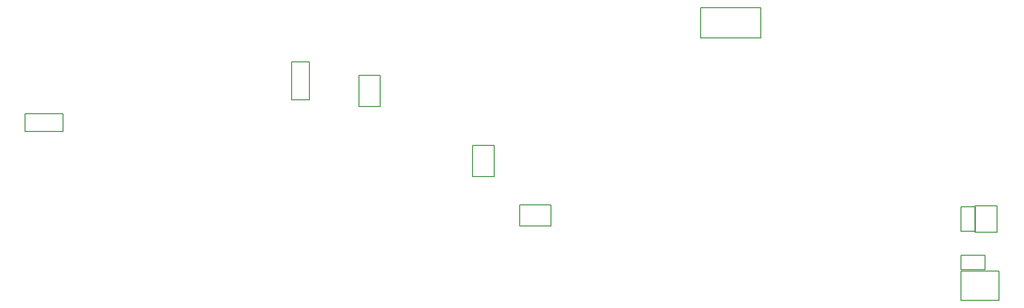
<source format=gbr>
%TF.GenerationSoftware,Altium Limited,Altium Designer,24.3.1 (35)*%
G04 Layer_Color=8388736*
%FSLAX43Y43*%
%MOMM*%
%TF.SameCoordinates,2EF1D394-34E5-4190-8ABA-250447B0B6E5*%
%TF.FilePolarity,Positive*%
%TF.FileFunction,Other,Bottom_Courtyard*%
%TF.Part,Single*%
G01*
G75*
%TA.AperFunction,NonConductor*%
%ADD88C,0.200*%
D88*
X36591Y54169D02*
Y57289D01*
X29891Y54169D02*
X36591D01*
X29891D02*
Y57289D01*
X36591D01*
X76831Y59751D02*
X79951D01*
X76831D02*
Y66451D01*
X79951D01*
Y59751D02*
Y66451D01*
X159400Y70735D02*
Y76015D01*
X148800D02*
X159400D01*
X148800Y70735D02*
Y76015D01*
Y70735D02*
X159400D01*
X88622Y58597D02*
Y64103D01*
Y58597D02*
X92428D01*
Y64103D01*
X88622D02*
X92428D01*
X108647Y46247D02*
Y51753D01*
Y46247D02*
X112453D01*
Y51753D01*
X108647D02*
X112453D01*
X122427Y37468D02*
Y41274D01*
X116921Y37468D02*
X122427D01*
X116921D02*
Y41274D01*
X122427D01*
X197069Y36445D02*
Y41058D01*
Y36445D02*
X200969D01*
Y41058D01*
X197069D02*
X200969D01*
X197142Y36548D02*
Y40855D01*
X194586D02*
X197142D01*
X194586Y36548D02*
Y40855D01*
Y36548D02*
X197142D01*
X201272Y24427D02*
Y29527D01*
X194566Y24427D02*
X201272D01*
X194566D02*
Y29527D01*
X201272D01*
X194541Y29798D02*
Y32355D01*
X198847D01*
Y29798D02*
Y32355D01*
X194541Y29798D02*
X198847D01*
%TF.MD5,9fb898903e85ea71e6803f0735a6872b*%
M02*

</source>
